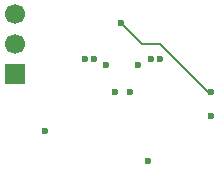
<source format=gbl>
%TF.GenerationSoftware,KiCad,Pcbnew,9.0.4*%
%TF.CreationDate,2025-10-22T22:17:21-04:00*%
%TF.ProjectId,buck_regulator_12V_3A_L6983,6275636b-5f72-4656-9775-6c61746f725f,rev?*%
%TF.SameCoordinates,Original*%
%TF.FileFunction,Copper,L4,Bot*%
%TF.FilePolarity,Positive*%
%FSLAX46Y46*%
G04 Gerber Fmt 4.6, Leading zero omitted, Abs format (unit mm)*
G04 Created by KiCad (PCBNEW 9.0.4) date 2025-10-22 22:17:21*
%MOMM*%
%LPD*%
G01*
G04 APERTURE LIST*
%TA.AperFunction,ComponentPad*%
%ADD10R,1.700000X1.700000*%
%TD*%
%TA.AperFunction,ComponentPad*%
%ADD11C,1.700000*%
%TD*%
%TA.AperFunction,ViaPad*%
%ADD12C,0.600000*%
%TD*%
%TA.AperFunction,Conductor*%
%ADD13C,0.200000*%
%TD*%
G04 APERTURE END LIST*
D10*
%TO.P,J1,1,Pin_1*%
%TO.N,14.8V*%
X135300000Y-108400000D03*
D11*
%TO.P,J1,2,Pin_2*%
%TO.N,GND*%
X135300000Y-105860000D03*
%TO.P,J1,3,Pin_3*%
%TO.N,12V*%
X135300000Y-103320000D03*
%TD*%
D12*
%TO.N,Net-(C24-Pad2)*%
X144272000Y-104140000D03*
%TO.N,GND*%
X137795000Y-113284000D03*
X151887000Y-112014000D03*
X146558000Y-115824000D03*
%TO.N,Net-(C24-Pad2)*%
X151887000Y-109982000D03*
%TO.N,GND*%
X145034000Y-109982000D03*
X143764000Y-109982000D03*
X141224000Y-107188000D03*
X141986000Y-107188000D03*
X143002000Y-107696000D03*
X145669000Y-107696000D03*
X146812000Y-107188000D03*
X147574000Y-107188000D03*
%TD*%
D13*
%TO.N,Net-(C24-Pad2)*%
X147574000Y-105918000D02*
X151638000Y-109982000D01*
X146050000Y-105918000D02*
X147574000Y-105918000D01*
X144272000Y-104140000D02*
X146050000Y-105918000D01*
%TD*%
M02*

</source>
